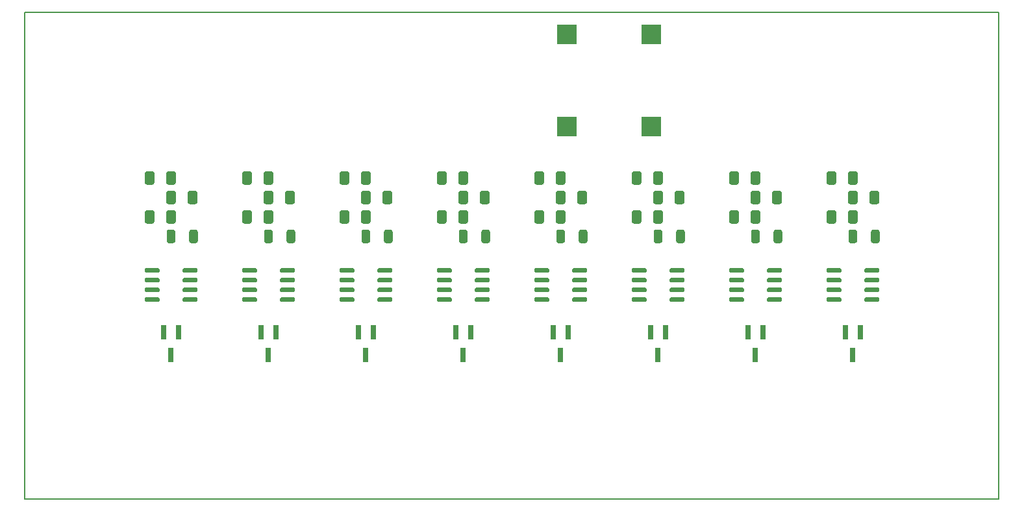
<source format=gbr>
G04 #@! TF.GenerationSoftware,KiCad,Pcbnew,5.1.8+dfsg1-1+b1*
G04 #@! TF.CreationDate,2021-05-07T15:05:44-05:00*
G04 #@! TF.ProjectId,potentiosynth,706f7465-6e74-4696-9f73-796e74682e6b,A*
G04 #@! TF.SameCoordinates,Original*
G04 #@! TF.FileFunction,Paste,Top*
G04 #@! TF.FilePolarity,Positive*
%FSLAX46Y46*%
G04 Gerber Fmt 4.6, Leading zero omitted, Abs format (unit mm)*
G04 Created by KiCad (PCBNEW 5.1.8+dfsg1-1+b1) date 2021-05-07 15:05:44*
%MOMM*%
%LPD*%
G01*
G04 APERTURE LIST*
G04 #@! TA.AperFunction,Profile*
%ADD10C,0.150000*%
G04 #@! TD*
%ADD11R,2.500000X2.500000*%
%ADD12R,0.800000X1.900000*%
G04 APERTURE END LIST*
D10*
X50800000Y-127000000D02*
X177800000Y-127000000D01*
X50800000Y-63500000D02*
X177800000Y-63500000D01*
X50800000Y-127000000D02*
X50800000Y-63500000D01*
X177800000Y-127000000D02*
X177800000Y-63500000D01*
D11*
X121500000Y-78390000D03*
X132500000Y-78390000D03*
X132500000Y-66390000D03*
X121500000Y-66390000D03*
G36*
G01*
X160250000Y-97305000D02*
X160250000Y-97005000D01*
G75*
G02*
X160400000Y-96855000I150000J0D01*
G01*
X162050000Y-96855000D01*
G75*
G02*
X162200000Y-97005000I0J-150000D01*
G01*
X162200000Y-97305000D01*
G75*
G02*
X162050000Y-97455000I-150000J0D01*
G01*
X160400000Y-97455000D01*
G75*
G02*
X160250000Y-97305000I0J150000D01*
G01*
G37*
G36*
G01*
X160250000Y-98575000D02*
X160250000Y-98275000D01*
G75*
G02*
X160400000Y-98125000I150000J0D01*
G01*
X162050000Y-98125000D01*
G75*
G02*
X162200000Y-98275000I0J-150000D01*
G01*
X162200000Y-98575000D01*
G75*
G02*
X162050000Y-98725000I-150000J0D01*
G01*
X160400000Y-98725000D01*
G75*
G02*
X160250000Y-98575000I0J150000D01*
G01*
G37*
G36*
G01*
X160250000Y-99845000D02*
X160250000Y-99545000D01*
G75*
G02*
X160400000Y-99395000I150000J0D01*
G01*
X162050000Y-99395000D01*
G75*
G02*
X162200000Y-99545000I0J-150000D01*
G01*
X162200000Y-99845000D01*
G75*
G02*
X162050000Y-99995000I-150000J0D01*
G01*
X160400000Y-99995000D01*
G75*
G02*
X160250000Y-99845000I0J150000D01*
G01*
G37*
G36*
G01*
X160250000Y-101115000D02*
X160250000Y-100815000D01*
G75*
G02*
X160400000Y-100665000I150000J0D01*
G01*
X162050000Y-100665000D01*
G75*
G02*
X162200000Y-100815000I0J-150000D01*
G01*
X162200000Y-101115000D01*
G75*
G02*
X162050000Y-101265000I-150000J0D01*
G01*
X160400000Y-101265000D01*
G75*
G02*
X160250000Y-101115000I0J150000D01*
G01*
G37*
G36*
G01*
X155300000Y-101115000D02*
X155300000Y-100815000D01*
G75*
G02*
X155450000Y-100665000I150000J0D01*
G01*
X157100000Y-100665000D01*
G75*
G02*
X157250000Y-100815000I0J-150000D01*
G01*
X157250000Y-101115000D01*
G75*
G02*
X157100000Y-101265000I-150000J0D01*
G01*
X155450000Y-101265000D01*
G75*
G02*
X155300000Y-101115000I0J150000D01*
G01*
G37*
G36*
G01*
X155300000Y-99845000D02*
X155300000Y-99545000D01*
G75*
G02*
X155450000Y-99395000I150000J0D01*
G01*
X157100000Y-99395000D01*
G75*
G02*
X157250000Y-99545000I0J-150000D01*
G01*
X157250000Y-99845000D01*
G75*
G02*
X157100000Y-99995000I-150000J0D01*
G01*
X155450000Y-99995000D01*
G75*
G02*
X155300000Y-99845000I0J150000D01*
G01*
G37*
G36*
G01*
X155300000Y-98575000D02*
X155300000Y-98275000D01*
G75*
G02*
X155450000Y-98125000I150000J0D01*
G01*
X157100000Y-98125000D01*
G75*
G02*
X157250000Y-98275000I0J-150000D01*
G01*
X157250000Y-98575000D01*
G75*
G02*
X157100000Y-98725000I-150000J0D01*
G01*
X155450000Y-98725000D01*
G75*
G02*
X155300000Y-98575000I0J150000D01*
G01*
G37*
G36*
G01*
X155300000Y-97305000D02*
X155300000Y-97005000D01*
G75*
G02*
X155450000Y-96855000I150000J0D01*
G01*
X157100000Y-96855000D01*
G75*
G02*
X157250000Y-97005000I0J-150000D01*
G01*
X157250000Y-97305000D01*
G75*
G02*
X157100000Y-97455000I-150000J0D01*
G01*
X155450000Y-97455000D01*
G75*
G02*
X155300000Y-97305000I0J150000D01*
G01*
G37*
G36*
G01*
X147550000Y-97305000D02*
X147550000Y-97005000D01*
G75*
G02*
X147700000Y-96855000I150000J0D01*
G01*
X149350000Y-96855000D01*
G75*
G02*
X149500000Y-97005000I0J-150000D01*
G01*
X149500000Y-97305000D01*
G75*
G02*
X149350000Y-97455000I-150000J0D01*
G01*
X147700000Y-97455000D01*
G75*
G02*
X147550000Y-97305000I0J150000D01*
G01*
G37*
G36*
G01*
X147550000Y-98575000D02*
X147550000Y-98275000D01*
G75*
G02*
X147700000Y-98125000I150000J0D01*
G01*
X149350000Y-98125000D01*
G75*
G02*
X149500000Y-98275000I0J-150000D01*
G01*
X149500000Y-98575000D01*
G75*
G02*
X149350000Y-98725000I-150000J0D01*
G01*
X147700000Y-98725000D01*
G75*
G02*
X147550000Y-98575000I0J150000D01*
G01*
G37*
G36*
G01*
X147550000Y-99845000D02*
X147550000Y-99545000D01*
G75*
G02*
X147700000Y-99395000I150000J0D01*
G01*
X149350000Y-99395000D01*
G75*
G02*
X149500000Y-99545000I0J-150000D01*
G01*
X149500000Y-99845000D01*
G75*
G02*
X149350000Y-99995000I-150000J0D01*
G01*
X147700000Y-99995000D01*
G75*
G02*
X147550000Y-99845000I0J150000D01*
G01*
G37*
G36*
G01*
X147550000Y-101115000D02*
X147550000Y-100815000D01*
G75*
G02*
X147700000Y-100665000I150000J0D01*
G01*
X149350000Y-100665000D01*
G75*
G02*
X149500000Y-100815000I0J-150000D01*
G01*
X149500000Y-101115000D01*
G75*
G02*
X149350000Y-101265000I-150000J0D01*
G01*
X147700000Y-101265000D01*
G75*
G02*
X147550000Y-101115000I0J150000D01*
G01*
G37*
G36*
G01*
X142600000Y-101115000D02*
X142600000Y-100815000D01*
G75*
G02*
X142750000Y-100665000I150000J0D01*
G01*
X144400000Y-100665000D01*
G75*
G02*
X144550000Y-100815000I0J-150000D01*
G01*
X144550000Y-101115000D01*
G75*
G02*
X144400000Y-101265000I-150000J0D01*
G01*
X142750000Y-101265000D01*
G75*
G02*
X142600000Y-101115000I0J150000D01*
G01*
G37*
G36*
G01*
X142600000Y-99845000D02*
X142600000Y-99545000D01*
G75*
G02*
X142750000Y-99395000I150000J0D01*
G01*
X144400000Y-99395000D01*
G75*
G02*
X144550000Y-99545000I0J-150000D01*
G01*
X144550000Y-99845000D01*
G75*
G02*
X144400000Y-99995000I-150000J0D01*
G01*
X142750000Y-99995000D01*
G75*
G02*
X142600000Y-99845000I0J150000D01*
G01*
G37*
G36*
G01*
X142600000Y-98575000D02*
X142600000Y-98275000D01*
G75*
G02*
X142750000Y-98125000I150000J0D01*
G01*
X144400000Y-98125000D01*
G75*
G02*
X144550000Y-98275000I0J-150000D01*
G01*
X144550000Y-98575000D01*
G75*
G02*
X144400000Y-98725000I-150000J0D01*
G01*
X142750000Y-98725000D01*
G75*
G02*
X142600000Y-98575000I0J150000D01*
G01*
G37*
G36*
G01*
X142600000Y-97305000D02*
X142600000Y-97005000D01*
G75*
G02*
X142750000Y-96855000I150000J0D01*
G01*
X144400000Y-96855000D01*
G75*
G02*
X144550000Y-97005000I0J-150000D01*
G01*
X144550000Y-97305000D01*
G75*
G02*
X144400000Y-97455000I-150000J0D01*
G01*
X142750000Y-97455000D01*
G75*
G02*
X142600000Y-97305000I0J150000D01*
G01*
G37*
G36*
G01*
X134850000Y-97305000D02*
X134850000Y-97005000D01*
G75*
G02*
X135000000Y-96855000I150000J0D01*
G01*
X136650000Y-96855000D01*
G75*
G02*
X136800000Y-97005000I0J-150000D01*
G01*
X136800000Y-97305000D01*
G75*
G02*
X136650000Y-97455000I-150000J0D01*
G01*
X135000000Y-97455000D01*
G75*
G02*
X134850000Y-97305000I0J150000D01*
G01*
G37*
G36*
G01*
X134850000Y-98575000D02*
X134850000Y-98275000D01*
G75*
G02*
X135000000Y-98125000I150000J0D01*
G01*
X136650000Y-98125000D01*
G75*
G02*
X136800000Y-98275000I0J-150000D01*
G01*
X136800000Y-98575000D01*
G75*
G02*
X136650000Y-98725000I-150000J0D01*
G01*
X135000000Y-98725000D01*
G75*
G02*
X134850000Y-98575000I0J150000D01*
G01*
G37*
G36*
G01*
X134850000Y-99845000D02*
X134850000Y-99545000D01*
G75*
G02*
X135000000Y-99395000I150000J0D01*
G01*
X136650000Y-99395000D01*
G75*
G02*
X136800000Y-99545000I0J-150000D01*
G01*
X136800000Y-99845000D01*
G75*
G02*
X136650000Y-99995000I-150000J0D01*
G01*
X135000000Y-99995000D01*
G75*
G02*
X134850000Y-99845000I0J150000D01*
G01*
G37*
G36*
G01*
X134850000Y-101115000D02*
X134850000Y-100815000D01*
G75*
G02*
X135000000Y-100665000I150000J0D01*
G01*
X136650000Y-100665000D01*
G75*
G02*
X136800000Y-100815000I0J-150000D01*
G01*
X136800000Y-101115000D01*
G75*
G02*
X136650000Y-101265000I-150000J0D01*
G01*
X135000000Y-101265000D01*
G75*
G02*
X134850000Y-101115000I0J150000D01*
G01*
G37*
G36*
G01*
X129900000Y-101115000D02*
X129900000Y-100815000D01*
G75*
G02*
X130050000Y-100665000I150000J0D01*
G01*
X131700000Y-100665000D01*
G75*
G02*
X131850000Y-100815000I0J-150000D01*
G01*
X131850000Y-101115000D01*
G75*
G02*
X131700000Y-101265000I-150000J0D01*
G01*
X130050000Y-101265000D01*
G75*
G02*
X129900000Y-101115000I0J150000D01*
G01*
G37*
G36*
G01*
X129900000Y-99845000D02*
X129900000Y-99545000D01*
G75*
G02*
X130050000Y-99395000I150000J0D01*
G01*
X131700000Y-99395000D01*
G75*
G02*
X131850000Y-99545000I0J-150000D01*
G01*
X131850000Y-99845000D01*
G75*
G02*
X131700000Y-99995000I-150000J0D01*
G01*
X130050000Y-99995000D01*
G75*
G02*
X129900000Y-99845000I0J150000D01*
G01*
G37*
G36*
G01*
X129900000Y-98575000D02*
X129900000Y-98275000D01*
G75*
G02*
X130050000Y-98125000I150000J0D01*
G01*
X131700000Y-98125000D01*
G75*
G02*
X131850000Y-98275000I0J-150000D01*
G01*
X131850000Y-98575000D01*
G75*
G02*
X131700000Y-98725000I-150000J0D01*
G01*
X130050000Y-98725000D01*
G75*
G02*
X129900000Y-98575000I0J150000D01*
G01*
G37*
G36*
G01*
X129900000Y-97305000D02*
X129900000Y-97005000D01*
G75*
G02*
X130050000Y-96855000I150000J0D01*
G01*
X131700000Y-96855000D01*
G75*
G02*
X131850000Y-97005000I0J-150000D01*
G01*
X131850000Y-97305000D01*
G75*
G02*
X131700000Y-97455000I-150000J0D01*
G01*
X130050000Y-97455000D01*
G75*
G02*
X129900000Y-97305000I0J150000D01*
G01*
G37*
G36*
G01*
X122150000Y-97305000D02*
X122150000Y-97005000D01*
G75*
G02*
X122300000Y-96855000I150000J0D01*
G01*
X123950000Y-96855000D01*
G75*
G02*
X124100000Y-97005000I0J-150000D01*
G01*
X124100000Y-97305000D01*
G75*
G02*
X123950000Y-97455000I-150000J0D01*
G01*
X122300000Y-97455000D01*
G75*
G02*
X122150000Y-97305000I0J150000D01*
G01*
G37*
G36*
G01*
X122150000Y-98575000D02*
X122150000Y-98275000D01*
G75*
G02*
X122300000Y-98125000I150000J0D01*
G01*
X123950000Y-98125000D01*
G75*
G02*
X124100000Y-98275000I0J-150000D01*
G01*
X124100000Y-98575000D01*
G75*
G02*
X123950000Y-98725000I-150000J0D01*
G01*
X122300000Y-98725000D01*
G75*
G02*
X122150000Y-98575000I0J150000D01*
G01*
G37*
G36*
G01*
X122150000Y-99845000D02*
X122150000Y-99545000D01*
G75*
G02*
X122300000Y-99395000I150000J0D01*
G01*
X123950000Y-99395000D01*
G75*
G02*
X124100000Y-99545000I0J-150000D01*
G01*
X124100000Y-99845000D01*
G75*
G02*
X123950000Y-99995000I-150000J0D01*
G01*
X122300000Y-99995000D01*
G75*
G02*
X122150000Y-99845000I0J150000D01*
G01*
G37*
G36*
G01*
X122150000Y-101115000D02*
X122150000Y-100815000D01*
G75*
G02*
X122300000Y-100665000I150000J0D01*
G01*
X123950000Y-100665000D01*
G75*
G02*
X124100000Y-100815000I0J-150000D01*
G01*
X124100000Y-101115000D01*
G75*
G02*
X123950000Y-101265000I-150000J0D01*
G01*
X122300000Y-101265000D01*
G75*
G02*
X122150000Y-101115000I0J150000D01*
G01*
G37*
G36*
G01*
X117200000Y-101115000D02*
X117200000Y-100815000D01*
G75*
G02*
X117350000Y-100665000I150000J0D01*
G01*
X119000000Y-100665000D01*
G75*
G02*
X119150000Y-100815000I0J-150000D01*
G01*
X119150000Y-101115000D01*
G75*
G02*
X119000000Y-101265000I-150000J0D01*
G01*
X117350000Y-101265000D01*
G75*
G02*
X117200000Y-101115000I0J150000D01*
G01*
G37*
G36*
G01*
X117200000Y-99845000D02*
X117200000Y-99545000D01*
G75*
G02*
X117350000Y-99395000I150000J0D01*
G01*
X119000000Y-99395000D01*
G75*
G02*
X119150000Y-99545000I0J-150000D01*
G01*
X119150000Y-99845000D01*
G75*
G02*
X119000000Y-99995000I-150000J0D01*
G01*
X117350000Y-99995000D01*
G75*
G02*
X117200000Y-99845000I0J150000D01*
G01*
G37*
G36*
G01*
X117200000Y-98575000D02*
X117200000Y-98275000D01*
G75*
G02*
X117350000Y-98125000I150000J0D01*
G01*
X119000000Y-98125000D01*
G75*
G02*
X119150000Y-98275000I0J-150000D01*
G01*
X119150000Y-98575000D01*
G75*
G02*
X119000000Y-98725000I-150000J0D01*
G01*
X117350000Y-98725000D01*
G75*
G02*
X117200000Y-98575000I0J150000D01*
G01*
G37*
G36*
G01*
X117200000Y-97305000D02*
X117200000Y-97005000D01*
G75*
G02*
X117350000Y-96855000I150000J0D01*
G01*
X119000000Y-96855000D01*
G75*
G02*
X119150000Y-97005000I0J-150000D01*
G01*
X119150000Y-97305000D01*
G75*
G02*
X119000000Y-97455000I-150000J0D01*
G01*
X117350000Y-97455000D01*
G75*
G02*
X117200000Y-97305000I0J150000D01*
G01*
G37*
G36*
G01*
X109450000Y-97305000D02*
X109450000Y-97005000D01*
G75*
G02*
X109600000Y-96855000I150000J0D01*
G01*
X111250000Y-96855000D01*
G75*
G02*
X111400000Y-97005000I0J-150000D01*
G01*
X111400000Y-97305000D01*
G75*
G02*
X111250000Y-97455000I-150000J0D01*
G01*
X109600000Y-97455000D01*
G75*
G02*
X109450000Y-97305000I0J150000D01*
G01*
G37*
G36*
G01*
X109450000Y-98575000D02*
X109450000Y-98275000D01*
G75*
G02*
X109600000Y-98125000I150000J0D01*
G01*
X111250000Y-98125000D01*
G75*
G02*
X111400000Y-98275000I0J-150000D01*
G01*
X111400000Y-98575000D01*
G75*
G02*
X111250000Y-98725000I-150000J0D01*
G01*
X109600000Y-98725000D01*
G75*
G02*
X109450000Y-98575000I0J150000D01*
G01*
G37*
G36*
G01*
X109450000Y-99845000D02*
X109450000Y-99545000D01*
G75*
G02*
X109600000Y-99395000I150000J0D01*
G01*
X111250000Y-99395000D01*
G75*
G02*
X111400000Y-99545000I0J-150000D01*
G01*
X111400000Y-99845000D01*
G75*
G02*
X111250000Y-99995000I-150000J0D01*
G01*
X109600000Y-99995000D01*
G75*
G02*
X109450000Y-99845000I0J150000D01*
G01*
G37*
G36*
G01*
X109450000Y-101115000D02*
X109450000Y-100815000D01*
G75*
G02*
X109600000Y-100665000I150000J0D01*
G01*
X111250000Y-100665000D01*
G75*
G02*
X111400000Y-100815000I0J-150000D01*
G01*
X111400000Y-101115000D01*
G75*
G02*
X111250000Y-101265000I-150000J0D01*
G01*
X109600000Y-101265000D01*
G75*
G02*
X109450000Y-101115000I0J150000D01*
G01*
G37*
G36*
G01*
X104500000Y-101115000D02*
X104500000Y-100815000D01*
G75*
G02*
X104650000Y-100665000I150000J0D01*
G01*
X106300000Y-100665000D01*
G75*
G02*
X106450000Y-100815000I0J-150000D01*
G01*
X106450000Y-101115000D01*
G75*
G02*
X106300000Y-101265000I-150000J0D01*
G01*
X104650000Y-101265000D01*
G75*
G02*
X104500000Y-101115000I0J150000D01*
G01*
G37*
G36*
G01*
X104500000Y-99845000D02*
X104500000Y-99545000D01*
G75*
G02*
X104650000Y-99395000I150000J0D01*
G01*
X106300000Y-99395000D01*
G75*
G02*
X106450000Y-99545000I0J-150000D01*
G01*
X106450000Y-99845000D01*
G75*
G02*
X106300000Y-99995000I-150000J0D01*
G01*
X104650000Y-99995000D01*
G75*
G02*
X104500000Y-99845000I0J150000D01*
G01*
G37*
G36*
G01*
X104500000Y-98575000D02*
X104500000Y-98275000D01*
G75*
G02*
X104650000Y-98125000I150000J0D01*
G01*
X106300000Y-98125000D01*
G75*
G02*
X106450000Y-98275000I0J-150000D01*
G01*
X106450000Y-98575000D01*
G75*
G02*
X106300000Y-98725000I-150000J0D01*
G01*
X104650000Y-98725000D01*
G75*
G02*
X104500000Y-98575000I0J150000D01*
G01*
G37*
G36*
G01*
X104500000Y-97305000D02*
X104500000Y-97005000D01*
G75*
G02*
X104650000Y-96855000I150000J0D01*
G01*
X106300000Y-96855000D01*
G75*
G02*
X106450000Y-97005000I0J-150000D01*
G01*
X106450000Y-97305000D01*
G75*
G02*
X106300000Y-97455000I-150000J0D01*
G01*
X104650000Y-97455000D01*
G75*
G02*
X104500000Y-97305000I0J150000D01*
G01*
G37*
G36*
G01*
X96750000Y-97305000D02*
X96750000Y-97005000D01*
G75*
G02*
X96900000Y-96855000I150000J0D01*
G01*
X98550000Y-96855000D01*
G75*
G02*
X98700000Y-97005000I0J-150000D01*
G01*
X98700000Y-97305000D01*
G75*
G02*
X98550000Y-97455000I-150000J0D01*
G01*
X96900000Y-97455000D01*
G75*
G02*
X96750000Y-97305000I0J150000D01*
G01*
G37*
G36*
G01*
X96750000Y-98575000D02*
X96750000Y-98275000D01*
G75*
G02*
X96900000Y-98125000I150000J0D01*
G01*
X98550000Y-98125000D01*
G75*
G02*
X98700000Y-98275000I0J-150000D01*
G01*
X98700000Y-98575000D01*
G75*
G02*
X98550000Y-98725000I-150000J0D01*
G01*
X96900000Y-98725000D01*
G75*
G02*
X96750000Y-98575000I0J150000D01*
G01*
G37*
G36*
G01*
X96750000Y-99845000D02*
X96750000Y-99545000D01*
G75*
G02*
X96900000Y-99395000I150000J0D01*
G01*
X98550000Y-99395000D01*
G75*
G02*
X98700000Y-99545000I0J-150000D01*
G01*
X98700000Y-99845000D01*
G75*
G02*
X98550000Y-99995000I-150000J0D01*
G01*
X96900000Y-99995000D01*
G75*
G02*
X96750000Y-99845000I0J150000D01*
G01*
G37*
G36*
G01*
X96750000Y-101115000D02*
X96750000Y-100815000D01*
G75*
G02*
X96900000Y-100665000I150000J0D01*
G01*
X98550000Y-100665000D01*
G75*
G02*
X98700000Y-100815000I0J-150000D01*
G01*
X98700000Y-101115000D01*
G75*
G02*
X98550000Y-101265000I-150000J0D01*
G01*
X96900000Y-101265000D01*
G75*
G02*
X96750000Y-101115000I0J150000D01*
G01*
G37*
G36*
G01*
X91800000Y-101115000D02*
X91800000Y-100815000D01*
G75*
G02*
X91950000Y-100665000I150000J0D01*
G01*
X93600000Y-100665000D01*
G75*
G02*
X93750000Y-100815000I0J-150000D01*
G01*
X93750000Y-101115000D01*
G75*
G02*
X93600000Y-101265000I-150000J0D01*
G01*
X91950000Y-101265000D01*
G75*
G02*
X91800000Y-101115000I0J150000D01*
G01*
G37*
G36*
G01*
X91800000Y-99845000D02*
X91800000Y-99545000D01*
G75*
G02*
X91950000Y-99395000I150000J0D01*
G01*
X93600000Y-99395000D01*
G75*
G02*
X93750000Y-99545000I0J-150000D01*
G01*
X93750000Y-99845000D01*
G75*
G02*
X93600000Y-99995000I-150000J0D01*
G01*
X91950000Y-99995000D01*
G75*
G02*
X91800000Y-99845000I0J150000D01*
G01*
G37*
G36*
G01*
X91800000Y-98575000D02*
X91800000Y-98275000D01*
G75*
G02*
X91950000Y-98125000I150000J0D01*
G01*
X93600000Y-98125000D01*
G75*
G02*
X93750000Y-98275000I0J-150000D01*
G01*
X93750000Y-98575000D01*
G75*
G02*
X93600000Y-98725000I-150000J0D01*
G01*
X91950000Y-98725000D01*
G75*
G02*
X91800000Y-98575000I0J150000D01*
G01*
G37*
G36*
G01*
X91800000Y-97305000D02*
X91800000Y-97005000D01*
G75*
G02*
X91950000Y-96855000I150000J0D01*
G01*
X93600000Y-96855000D01*
G75*
G02*
X93750000Y-97005000I0J-150000D01*
G01*
X93750000Y-97305000D01*
G75*
G02*
X93600000Y-97455000I-150000J0D01*
G01*
X91950000Y-97455000D01*
G75*
G02*
X91800000Y-97305000I0J150000D01*
G01*
G37*
G36*
G01*
X84050000Y-97305000D02*
X84050000Y-97005000D01*
G75*
G02*
X84200000Y-96855000I150000J0D01*
G01*
X85850000Y-96855000D01*
G75*
G02*
X86000000Y-97005000I0J-150000D01*
G01*
X86000000Y-97305000D01*
G75*
G02*
X85850000Y-97455000I-150000J0D01*
G01*
X84200000Y-97455000D01*
G75*
G02*
X84050000Y-97305000I0J150000D01*
G01*
G37*
G36*
G01*
X84050000Y-98575000D02*
X84050000Y-98275000D01*
G75*
G02*
X84200000Y-98125000I150000J0D01*
G01*
X85850000Y-98125000D01*
G75*
G02*
X86000000Y-98275000I0J-150000D01*
G01*
X86000000Y-98575000D01*
G75*
G02*
X85850000Y-98725000I-150000J0D01*
G01*
X84200000Y-98725000D01*
G75*
G02*
X84050000Y-98575000I0J150000D01*
G01*
G37*
G36*
G01*
X84050000Y-99845000D02*
X84050000Y-99545000D01*
G75*
G02*
X84200000Y-99395000I150000J0D01*
G01*
X85850000Y-99395000D01*
G75*
G02*
X86000000Y-99545000I0J-150000D01*
G01*
X86000000Y-99845000D01*
G75*
G02*
X85850000Y-99995000I-150000J0D01*
G01*
X84200000Y-99995000D01*
G75*
G02*
X84050000Y-99845000I0J150000D01*
G01*
G37*
G36*
G01*
X84050000Y-101115000D02*
X84050000Y-100815000D01*
G75*
G02*
X84200000Y-100665000I150000J0D01*
G01*
X85850000Y-100665000D01*
G75*
G02*
X86000000Y-100815000I0J-150000D01*
G01*
X86000000Y-101115000D01*
G75*
G02*
X85850000Y-101265000I-150000J0D01*
G01*
X84200000Y-101265000D01*
G75*
G02*
X84050000Y-101115000I0J150000D01*
G01*
G37*
G36*
G01*
X79100000Y-101115000D02*
X79100000Y-100815000D01*
G75*
G02*
X79250000Y-100665000I150000J0D01*
G01*
X80900000Y-100665000D01*
G75*
G02*
X81050000Y-100815000I0J-150000D01*
G01*
X81050000Y-101115000D01*
G75*
G02*
X80900000Y-101265000I-150000J0D01*
G01*
X79250000Y-101265000D01*
G75*
G02*
X79100000Y-101115000I0J150000D01*
G01*
G37*
G36*
G01*
X79100000Y-99845000D02*
X79100000Y-99545000D01*
G75*
G02*
X79250000Y-99395000I150000J0D01*
G01*
X80900000Y-99395000D01*
G75*
G02*
X81050000Y-99545000I0J-150000D01*
G01*
X81050000Y-99845000D01*
G75*
G02*
X80900000Y-99995000I-150000J0D01*
G01*
X79250000Y-99995000D01*
G75*
G02*
X79100000Y-99845000I0J150000D01*
G01*
G37*
G36*
G01*
X79100000Y-98575000D02*
X79100000Y-98275000D01*
G75*
G02*
X79250000Y-98125000I150000J0D01*
G01*
X80900000Y-98125000D01*
G75*
G02*
X81050000Y-98275000I0J-150000D01*
G01*
X81050000Y-98575000D01*
G75*
G02*
X80900000Y-98725000I-150000J0D01*
G01*
X79250000Y-98725000D01*
G75*
G02*
X79100000Y-98575000I0J150000D01*
G01*
G37*
G36*
G01*
X79100000Y-97305000D02*
X79100000Y-97005000D01*
G75*
G02*
X79250000Y-96855000I150000J0D01*
G01*
X80900000Y-96855000D01*
G75*
G02*
X81050000Y-97005000I0J-150000D01*
G01*
X81050000Y-97305000D01*
G75*
G02*
X80900000Y-97455000I-150000J0D01*
G01*
X79250000Y-97455000D01*
G75*
G02*
X79100000Y-97305000I0J150000D01*
G01*
G37*
G36*
G01*
X71350000Y-97305000D02*
X71350000Y-97005000D01*
G75*
G02*
X71500000Y-96855000I150000J0D01*
G01*
X73150000Y-96855000D01*
G75*
G02*
X73300000Y-97005000I0J-150000D01*
G01*
X73300000Y-97305000D01*
G75*
G02*
X73150000Y-97455000I-150000J0D01*
G01*
X71500000Y-97455000D01*
G75*
G02*
X71350000Y-97305000I0J150000D01*
G01*
G37*
G36*
G01*
X71350000Y-98575000D02*
X71350000Y-98275000D01*
G75*
G02*
X71500000Y-98125000I150000J0D01*
G01*
X73150000Y-98125000D01*
G75*
G02*
X73300000Y-98275000I0J-150000D01*
G01*
X73300000Y-98575000D01*
G75*
G02*
X73150000Y-98725000I-150000J0D01*
G01*
X71500000Y-98725000D01*
G75*
G02*
X71350000Y-98575000I0J150000D01*
G01*
G37*
G36*
G01*
X71350000Y-99845000D02*
X71350000Y-99545000D01*
G75*
G02*
X71500000Y-99395000I150000J0D01*
G01*
X73150000Y-99395000D01*
G75*
G02*
X73300000Y-99545000I0J-150000D01*
G01*
X73300000Y-99845000D01*
G75*
G02*
X73150000Y-99995000I-150000J0D01*
G01*
X71500000Y-99995000D01*
G75*
G02*
X71350000Y-99845000I0J150000D01*
G01*
G37*
G36*
G01*
X71350000Y-101115000D02*
X71350000Y-100815000D01*
G75*
G02*
X71500000Y-100665000I150000J0D01*
G01*
X73150000Y-100665000D01*
G75*
G02*
X73300000Y-100815000I0J-150000D01*
G01*
X73300000Y-101115000D01*
G75*
G02*
X73150000Y-101265000I-150000J0D01*
G01*
X71500000Y-101265000D01*
G75*
G02*
X71350000Y-101115000I0J150000D01*
G01*
G37*
G36*
G01*
X66400000Y-101115000D02*
X66400000Y-100815000D01*
G75*
G02*
X66550000Y-100665000I150000J0D01*
G01*
X68200000Y-100665000D01*
G75*
G02*
X68350000Y-100815000I0J-150000D01*
G01*
X68350000Y-101115000D01*
G75*
G02*
X68200000Y-101265000I-150000J0D01*
G01*
X66550000Y-101265000D01*
G75*
G02*
X66400000Y-101115000I0J150000D01*
G01*
G37*
G36*
G01*
X66400000Y-99845000D02*
X66400000Y-99545000D01*
G75*
G02*
X66550000Y-99395000I150000J0D01*
G01*
X68200000Y-99395000D01*
G75*
G02*
X68350000Y-99545000I0J-150000D01*
G01*
X68350000Y-99845000D01*
G75*
G02*
X68200000Y-99995000I-150000J0D01*
G01*
X66550000Y-99995000D01*
G75*
G02*
X66400000Y-99845000I0J150000D01*
G01*
G37*
G36*
G01*
X66400000Y-98575000D02*
X66400000Y-98275000D01*
G75*
G02*
X66550000Y-98125000I150000J0D01*
G01*
X68200000Y-98125000D01*
G75*
G02*
X68350000Y-98275000I0J-150000D01*
G01*
X68350000Y-98575000D01*
G75*
G02*
X68200000Y-98725000I-150000J0D01*
G01*
X66550000Y-98725000D01*
G75*
G02*
X66400000Y-98575000I0J150000D01*
G01*
G37*
G36*
G01*
X66400000Y-97305000D02*
X66400000Y-97005000D01*
G75*
G02*
X66550000Y-96855000I150000J0D01*
G01*
X68200000Y-96855000D01*
G75*
G02*
X68350000Y-97005000I0J-150000D01*
G01*
X68350000Y-97305000D01*
G75*
G02*
X68200000Y-97455000I-150000J0D01*
G01*
X66550000Y-97455000D01*
G75*
G02*
X66400000Y-97305000I0J150000D01*
G01*
G37*
D12*
X158750000Y-108180000D03*
X157800000Y-105180000D03*
X159700000Y-105180000D03*
X146050000Y-108180000D03*
X145100000Y-105180000D03*
X147000000Y-105180000D03*
X133350000Y-108180000D03*
X132400000Y-105180000D03*
X134300000Y-105180000D03*
X120650000Y-108180000D03*
X119700000Y-105180000D03*
X121600000Y-105180000D03*
X107950000Y-108180000D03*
X107000000Y-105180000D03*
X108900000Y-105180000D03*
X95250000Y-108180000D03*
X94300000Y-105180000D03*
X96200000Y-105180000D03*
X82550000Y-108180000D03*
X81600000Y-105180000D03*
X83500000Y-105180000D03*
X69850000Y-108180000D03*
X68900000Y-105180000D03*
X70800000Y-105180000D03*
G36*
G01*
X161112500Y-93335001D02*
X161112500Y-92084999D01*
G75*
G02*
X161362499Y-91835000I249999J0D01*
G01*
X161987501Y-91835000D01*
G75*
G02*
X162237500Y-92084999I0J-249999D01*
G01*
X162237500Y-93335001D01*
G75*
G02*
X161987501Y-93585000I-249999J0D01*
G01*
X161362499Y-93585000D01*
G75*
G02*
X161112500Y-93335001I0J249999D01*
G01*
G37*
G36*
G01*
X158187500Y-93335001D02*
X158187500Y-92084999D01*
G75*
G02*
X158437499Y-91835000I249999J0D01*
G01*
X159062501Y-91835000D01*
G75*
G02*
X159312500Y-92084999I0J-249999D01*
G01*
X159312500Y-93335001D01*
G75*
G02*
X159062501Y-93585000I-249999J0D01*
G01*
X158437499Y-93585000D01*
G75*
G02*
X158187500Y-93335001I0J249999D01*
G01*
G37*
G36*
G01*
X148412500Y-93335001D02*
X148412500Y-92084999D01*
G75*
G02*
X148662499Y-91835000I249999J0D01*
G01*
X149287501Y-91835000D01*
G75*
G02*
X149537500Y-92084999I0J-249999D01*
G01*
X149537500Y-93335001D01*
G75*
G02*
X149287501Y-93585000I-249999J0D01*
G01*
X148662499Y-93585000D01*
G75*
G02*
X148412500Y-93335001I0J249999D01*
G01*
G37*
G36*
G01*
X145487500Y-93335001D02*
X145487500Y-92084999D01*
G75*
G02*
X145737499Y-91835000I249999J0D01*
G01*
X146362501Y-91835000D01*
G75*
G02*
X146612500Y-92084999I0J-249999D01*
G01*
X146612500Y-93335001D01*
G75*
G02*
X146362501Y-93585000I-249999J0D01*
G01*
X145737499Y-93585000D01*
G75*
G02*
X145487500Y-93335001I0J249999D01*
G01*
G37*
G36*
G01*
X135712500Y-93335001D02*
X135712500Y-92084999D01*
G75*
G02*
X135962499Y-91835000I249999J0D01*
G01*
X136587501Y-91835000D01*
G75*
G02*
X136837500Y-92084999I0J-249999D01*
G01*
X136837500Y-93335001D01*
G75*
G02*
X136587501Y-93585000I-249999J0D01*
G01*
X135962499Y-93585000D01*
G75*
G02*
X135712500Y-93335001I0J249999D01*
G01*
G37*
G36*
G01*
X132787500Y-93335001D02*
X132787500Y-92084999D01*
G75*
G02*
X133037499Y-91835000I249999J0D01*
G01*
X133662501Y-91835000D01*
G75*
G02*
X133912500Y-92084999I0J-249999D01*
G01*
X133912500Y-93335001D01*
G75*
G02*
X133662501Y-93585000I-249999J0D01*
G01*
X133037499Y-93585000D01*
G75*
G02*
X132787500Y-93335001I0J249999D01*
G01*
G37*
G36*
G01*
X123012500Y-93335001D02*
X123012500Y-92084999D01*
G75*
G02*
X123262499Y-91835000I249999J0D01*
G01*
X123887501Y-91835000D01*
G75*
G02*
X124137500Y-92084999I0J-249999D01*
G01*
X124137500Y-93335001D01*
G75*
G02*
X123887501Y-93585000I-249999J0D01*
G01*
X123262499Y-93585000D01*
G75*
G02*
X123012500Y-93335001I0J249999D01*
G01*
G37*
G36*
G01*
X120087500Y-93335001D02*
X120087500Y-92084999D01*
G75*
G02*
X120337499Y-91835000I249999J0D01*
G01*
X120962501Y-91835000D01*
G75*
G02*
X121212500Y-92084999I0J-249999D01*
G01*
X121212500Y-93335001D01*
G75*
G02*
X120962501Y-93585000I-249999J0D01*
G01*
X120337499Y-93585000D01*
G75*
G02*
X120087500Y-93335001I0J249999D01*
G01*
G37*
G36*
G01*
X110312500Y-93335001D02*
X110312500Y-92084999D01*
G75*
G02*
X110562499Y-91835000I249999J0D01*
G01*
X111187501Y-91835000D01*
G75*
G02*
X111437500Y-92084999I0J-249999D01*
G01*
X111437500Y-93335001D01*
G75*
G02*
X111187501Y-93585000I-249999J0D01*
G01*
X110562499Y-93585000D01*
G75*
G02*
X110312500Y-93335001I0J249999D01*
G01*
G37*
G36*
G01*
X107387500Y-93335001D02*
X107387500Y-92084999D01*
G75*
G02*
X107637499Y-91835000I249999J0D01*
G01*
X108262501Y-91835000D01*
G75*
G02*
X108512500Y-92084999I0J-249999D01*
G01*
X108512500Y-93335001D01*
G75*
G02*
X108262501Y-93585000I-249999J0D01*
G01*
X107637499Y-93585000D01*
G75*
G02*
X107387500Y-93335001I0J249999D01*
G01*
G37*
G36*
G01*
X97612500Y-93335001D02*
X97612500Y-92084999D01*
G75*
G02*
X97862499Y-91835000I249999J0D01*
G01*
X98487501Y-91835000D01*
G75*
G02*
X98737500Y-92084999I0J-249999D01*
G01*
X98737500Y-93335001D01*
G75*
G02*
X98487501Y-93585000I-249999J0D01*
G01*
X97862499Y-93585000D01*
G75*
G02*
X97612500Y-93335001I0J249999D01*
G01*
G37*
G36*
G01*
X94687500Y-93335001D02*
X94687500Y-92084999D01*
G75*
G02*
X94937499Y-91835000I249999J0D01*
G01*
X95562501Y-91835000D01*
G75*
G02*
X95812500Y-92084999I0J-249999D01*
G01*
X95812500Y-93335001D01*
G75*
G02*
X95562501Y-93585000I-249999J0D01*
G01*
X94937499Y-93585000D01*
G75*
G02*
X94687500Y-93335001I0J249999D01*
G01*
G37*
G36*
G01*
X84912500Y-93335001D02*
X84912500Y-92084999D01*
G75*
G02*
X85162499Y-91835000I249999J0D01*
G01*
X85787501Y-91835000D01*
G75*
G02*
X86037500Y-92084999I0J-249999D01*
G01*
X86037500Y-93335001D01*
G75*
G02*
X85787501Y-93585000I-249999J0D01*
G01*
X85162499Y-93585000D01*
G75*
G02*
X84912500Y-93335001I0J249999D01*
G01*
G37*
G36*
G01*
X81987500Y-93335001D02*
X81987500Y-92084999D01*
G75*
G02*
X82237499Y-91835000I249999J0D01*
G01*
X82862501Y-91835000D01*
G75*
G02*
X83112500Y-92084999I0J-249999D01*
G01*
X83112500Y-93335001D01*
G75*
G02*
X82862501Y-93585000I-249999J0D01*
G01*
X82237499Y-93585000D01*
G75*
G02*
X81987500Y-93335001I0J249999D01*
G01*
G37*
G36*
G01*
X72212500Y-93335001D02*
X72212500Y-92084999D01*
G75*
G02*
X72462499Y-91835000I249999J0D01*
G01*
X73087501Y-91835000D01*
G75*
G02*
X73337500Y-92084999I0J-249999D01*
G01*
X73337500Y-93335001D01*
G75*
G02*
X73087501Y-93585000I-249999J0D01*
G01*
X72462499Y-93585000D01*
G75*
G02*
X72212500Y-93335001I0J249999D01*
G01*
G37*
G36*
G01*
X69287500Y-93335001D02*
X69287500Y-92084999D01*
G75*
G02*
X69537499Y-91835000I249999J0D01*
G01*
X70162501Y-91835000D01*
G75*
G02*
X70412500Y-92084999I0J-249999D01*
G01*
X70412500Y-93335001D01*
G75*
G02*
X70162501Y-93585000I-249999J0D01*
G01*
X69537499Y-93585000D01*
G75*
G02*
X69287500Y-93335001I0J249999D01*
G01*
G37*
G36*
G01*
X156575000Y-84465000D02*
X156575000Y-85715000D01*
G75*
G02*
X156325000Y-85965000I-250000J0D01*
G01*
X155575000Y-85965000D01*
G75*
G02*
X155325000Y-85715000I0J250000D01*
G01*
X155325000Y-84465000D01*
G75*
G02*
X155575000Y-84215000I250000J0D01*
G01*
X156325000Y-84215000D01*
G75*
G02*
X156575000Y-84465000I0J-250000D01*
G01*
G37*
G36*
G01*
X159375000Y-84465000D02*
X159375000Y-85715000D01*
G75*
G02*
X159125000Y-85965000I-250000J0D01*
G01*
X158375000Y-85965000D01*
G75*
G02*
X158125000Y-85715000I0J250000D01*
G01*
X158125000Y-84465000D01*
G75*
G02*
X158375000Y-84215000I250000J0D01*
G01*
X159125000Y-84215000D01*
G75*
G02*
X159375000Y-84465000I0J-250000D01*
G01*
G37*
G36*
G01*
X143875000Y-84465000D02*
X143875000Y-85715000D01*
G75*
G02*
X143625000Y-85965000I-250000J0D01*
G01*
X142875000Y-85965000D01*
G75*
G02*
X142625000Y-85715000I0J250000D01*
G01*
X142625000Y-84465000D01*
G75*
G02*
X142875000Y-84215000I250000J0D01*
G01*
X143625000Y-84215000D01*
G75*
G02*
X143875000Y-84465000I0J-250000D01*
G01*
G37*
G36*
G01*
X146675000Y-84465000D02*
X146675000Y-85715000D01*
G75*
G02*
X146425000Y-85965000I-250000J0D01*
G01*
X145675000Y-85965000D01*
G75*
G02*
X145425000Y-85715000I0J250000D01*
G01*
X145425000Y-84465000D01*
G75*
G02*
X145675000Y-84215000I250000J0D01*
G01*
X146425000Y-84215000D01*
G75*
G02*
X146675000Y-84465000I0J-250000D01*
G01*
G37*
G36*
G01*
X131175000Y-84465000D02*
X131175000Y-85715000D01*
G75*
G02*
X130925000Y-85965000I-250000J0D01*
G01*
X130175000Y-85965000D01*
G75*
G02*
X129925000Y-85715000I0J250000D01*
G01*
X129925000Y-84465000D01*
G75*
G02*
X130175000Y-84215000I250000J0D01*
G01*
X130925000Y-84215000D01*
G75*
G02*
X131175000Y-84465000I0J-250000D01*
G01*
G37*
G36*
G01*
X133975000Y-84465000D02*
X133975000Y-85715000D01*
G75*
G02*
X133725000Y-85965000I-250000J0D01*
G01*
X132975000Y-85965000D01*
G75*
G02*
X132725000Y-85715000I0J250000D01*
G01*
X132725000Y-84465000D01*
G75*
G02*
X132975000Y-84215000I250000J0D01*
G01*
X133725000Y-84215000D01*
G75*
G02*
X133975000Y-84465000I0J-250000D01*
G01*
G37*
G36*
G01*
X118475000Y-84465000D02*
X118475000Y-85715000D01*
G75*
G02*
X118225000Y-85965000I-250000J0D01*
G01*
X117475000Y-85965000D01*
G75*
G02*
X117225000Y-85715000I0J250000D01*
G01*
X117225000Y-84465000D01*
G75*
G02*
X117475000Y-84215000I250000J0D01*
G01*
X118225000Y-84215000D01*
G75*
G02*
X118475000Y-84465000I0J-250000D01*
G01*
G37*
G36*
G01*
X121275000Y-84465000D02*
X121275000Y-85715000D01*
G75*
G02*
X121025000Y-85965000I-250000J0D01*
G01*
X120275000Y-85965000D01*
G75*
G02*
X120025000Y-85715000I0J250000D01*
G01*
X120025000Y-84465000D01*
G75*
G02*
X120275000Y-84215000I250000J0D01*
G01*
X121025000Y-84215000D01*
G75*
G02*
X121275000Y-84465000I0J-250000D01*
G01*
G37*
G36*
G01*
X105775000Y-84465000D02*
X105775000Y-85715000D01*
G75*
G02*
X105525000Y-85965000I-250000J0D01*
G01*
X104775000Y-85965000D01*
G75*
G02*
X104525000Y-85715000I0J250000D01*
G01*
X104525000Y-84465000D01*
G75*
G02*
X104775000Y-84215000I250000J0D01*
G01*
X105525000Y-84215000D01*
G75*
G02*
X105775000Y-84465000I0J-250000D01*
G01*
G37*
G36*
G01*
X108575000Y-84465000D02*
X108575000Y-85715000D01*
G75*
G02*
X108325000Y-85965000I-250000J0D01*
G01*
X107575000Y-85965000D01*
G75*
G02*
X107325000Y-85715000I0J250000D01*
G01*
X107325000Y-84465000D01*
G75*
G02*
X107575000Y-84215000I250000J0D01*
G01*
X108325000Y-84215000D01*
G75*
G02*
X108575000Y-84465000I0J-250000D01*
G01*
G37*
G36*
G01*
X93075000Y-84465000D02*
X93075000Y-85715000D01*
G75*
G02*
X92825000Y-85965000I-250000J0D01*
G01*
X92075000Y-85965000D01*
G75*
G02*
X91825000Y-85715000I0J250000D01*
G01*
X91825000Y-84465000D01*
G75*
G02*
X92075000Y-84215000I250000J0D01*
G01*
X92825000Y-84215000D01*
G75*
G02*
X93075000Y-84465000I0J-250000D01*
G01*
G37*
G36*
G01*
X95875000Y-84465000D02*
X95875000Y-85715000D01*
G75*
G02*
X95625000Y-85965000I-250000J0D01*
G01*
X94875000Y-85965000D01*
G75*
G02*
X94625000Y-85715000I0J250000D01*
G01*
X94625000Y-84465000D01*
G75*
G02*
X94875000Y-84215000I250000J0D01*
G01*
X95625000Y-84215000D01*
G75*
G02*
X95875000Y-84465000I0J-250000D01*
G01*
G37*
G36*
G01*
X80375000Y-84465000D02*
X80375000Y-85715000D01*
G75*
G02*
X80125000Y-85965000I-250000J0D01*
G01*
X79375000Y-85965000D01*
G75*
G02*
X79125000Y-85715000I0J250000D01*
G01*
X79125000Y-84465000D01*
G75*
G02*
X79375000Y-84215000I250000J0D01*
G01*
X80125000Y-84215000D01*
G75*
G02*
X80375000Y-84465000I0J-250000D01*
G01*
G37*
G36*
G01*
X83175000Y-84465000D02*
X83175000Y-85715000D01*
G75*
G02*
X82925000Y-85965000I-250000J0D01*
G01*
X82175000Y-85965000D01*
G75*
G02*
X81925000Y-85715000I0J250000D01*
G01*
X81925000Y-84465000D01*
G75*
G02*
X82175000Y-84215000I250000J0D01*
G01*
X82925000Y-84215000D01*
G75*
G02*
X83175000Y-84465000I0J-250000D01*
G01*
G37*
G36*
G01*
X67675000Y-84465000D02*
X67675000Y-85715000D01*
G75*
G02*
X67425000Y-85965000I-250000J0D01*
G01*
X66675000Y-85965000D01*
G75*
G02*
X66425000Y-85715000I0J250000D01*
G01*
X66425000Y-84465000D01*
G75*
G02*
X66675000Y-84215000I250000J0D01*
G01*
X67425000Y-84215000D01*
G75*
G02*
X67675000Y-84465000I0J-250000D01*
G01*
G37*
G36*
G01*
X70475000Y-84465000D02*
X70475000Y-85715000D01*
G75*
G02*
X70225000Y-85965000I-250000J0D01*
G01*
X69475000Y-85965000D01*
G75*
G02*
X69225000Y-85715000I0J250000D01*
G01*
X69225000Y-84465000D01*
G75*
G02*
X69475000Y-84215000I250000J0D01*
G01*
X70225000Y-84215000D01*
G75*
G02*
X70475000Y-84465000I0J-250000D01*
G01*
G37*
G36*
G01*
X156575000Y-89545000D02*
X156575000Y-90795000D01*
G75*
G02*
X156325000Y-91045000I-250000J0D01*
G01*
X155575000Y-91045000D01*
G75*
G02*
X155325000Y-90795000I0J250000D01*
G01*
X155325000Y-89545000D01*
G75*
G02*
X155575000Y-89295000I250000J0D01*
G01*
X156325000Y-89295000D01*
G75*
G02*
X156575000Y-89545000I0J-250000D01*
G01*
G37*
G36*
G01*
X159375000Y-89545000D02*
X159375000Y-90795000D01*
G75*
G02*
X159125000Y-91045000I-250000J0D01*
G01*
X158375000Y-91045000D01*
G75*
G02*
X158125000Y-90795000I0J250000D01*
G01*
X158125000Y-89545000D01*
G75*
G02*
X158375000Y-89295000I250000J0D01*
G01*
X159125000Y-89295000D01*
G75*
G02*
X159375000Y-89545000I0J-250000D01*
G01*
G37*
G36*
G01*
X143875000Y-89545000D02*
X143875000Y-90795000D01*
G75*
G02*
X143625000Y-91045000I-250000J0D01*
G01*
X142875000Y-91045000D01*
G75*
G02*
X142625000Y-90795000I0J250000D01*
G01*
X142625000Y-89545000D01*
G75*
G02*
X142875000Y-89295000I250000J0D01*
G01*
X143625000Y-89295000D01*
G75*
G02*
X143875000Y-89545000I0J-250000D01*
G01*
G37*
G36*
G01*
X146675000Y-89545000D02*
X146675000Y-90795000D01*
G75*
G02*
X146425000Y-91045000I-250000J0D01*
G01*
X145675000Y-91045000D01*
G75*
G02*
X145425000Y-90795000I0J250000D01*
G01*
X145425000Y-89545000D01*
G75*
G02*
X145675000Y-89295000I250000J0D01*
G01*
X146425000Y-89295000D01*
G75*
G02*
X146675000Y-89545000I0J-250000D01*
G01*
G37*
G36*
G01*
X131175000Y-89545000D02*
X131175000Y-90795000D01*
G75*
G02*
X130925000Y-91045000I-250000J0D01*
G01*
X130175000Y-91045000D01*
G75*
G02*
X129925000Y-90795000I0J250000D01*
G01*
X129925000Y-89545000D01*
G75*
G02*
X130175000Y-89295000I250000J0D01*
G01*
X130925000Y-89295000D01*
G75*
G02*
X131175000Y-89545000I0J-250000D01*
G01*
G37*
G36*
G01*
X133975000Y-89545000D02*
X133975000Y-90795000D01*
G75*
G02*
X133725000Y-91045000I-250000J0D01*
G01*
X132975000Y-91045000D01*
G75*
G02*
X132725000Y-90795000I0J250000D01*
G01*
X132725000Y-89545000D01*
G75*
G02*
X132975000Y-89295000I250000J0D01*
G01*
X133725000Y-89295000D01*
G75*
G02*
X133975000Y-89545000I0J-250000D01*
G01*
G37*
G36*
G01*
X118475000Y-89545000D02*
X118475000Y-90795000D01*
G75*
G02*
X118225000Y-91045000I-250000J0D01*
G01*
X117475000Y-91045000D01*
G75*
G02*
X117225000Y-90795000I0J250000D01*
G01*
X117225000Y-89545000D01*
G75*
G02*
X117475000Y-89295000I250000J0D01*
G01*
X118225000Y-89295000D01*
G75*
G02*
X118475000Y-89545000I0J-250000D01*
G01*
G37*
G36*
G01*
X121275000Y-89545000D02*
X121275000Y-90795000D01*
G75*
G02*
X121025000Y-91045000I-250000J0D01*
G01*
X120275000Y-91045000D01*
G75*
G02*
X120025000Y-90795000I0J250000D01*
G01*
X120025000Y-89545000D01*
G75*
G02*
X120275000Y-89295000I250000J0D01*
G01*
X121025000Y-89295000D01*
G75*
G02*
X121275000Y-89545000I0J-250000D01*
G01*
G37*
G36*
G01*
X105775000Y-89545000D02*
X105775000Y-90795000D01*
G75*
G02*
X105525000Y-91045000I-250000J0D01*
G01*
X104775000Y-91045000D01*
G75*
G02*
X104525000Y-90795000I0J250000D01*
G01*
X104525000Y-89545000D01*
G75*
G02*
X104775000Y-89295000I250000J0D01*
G01*
X105525000Y-89295000D01*
G75*
G02*
X105775000Y-89545000I0J-250000D01*
G01*
G37*
G36*
G01*
X108575000Y-89545000D02*
X108575000Y-90795000D01*
G75*
G02*
X108325000Y-91045000I-250000J0D01*
G01*
X107575000Y-91045000D01*
G75*
G02*
X107325000Y-90795000I0J250000D01*
G01*
X107325000Y-89545000D01*
G75*
G02*
X107575000Y-89295000I250000J0D01*
G01*
X108325000Y-89295000D01*
G75*
G02*
X108575000Y-89545000I0J-250000D01*
G01*
G37*
G36*
G01*
X93075000Y-89545000D02*
X93075000Y-90795000D01*
G75*
G02*
X92825000Y-91045000I-250000J0D01*
G01*
X92075000Y-91045000D01*
G75*
G02*
X91825000Y-90795000I0J250000D01*
G01*
X91825000Y-89545000D01*
G75*
G02*
X92075000Y-89295000I250000J0D01*
G01*
X92825000Y-89295000D01*
G75*
G02*
X93075000Y-89545000I0J-250000D01*
G01*
G37*
G36*
G01*
X95875000Y-89545000D02*
X95875000Y-90795000D01*
G75*
G02*
X95625000Y-91045000I-250000J0D01*
G01*
X94875000Y-91045000D01*
G75*
G02*
X94625000Y-90795000I0J250000D01*
G01*
X94625000Y-89545000D01*
G75*
G02*
X94875000Y-89295000I250000J0D01*
G01*
X95625000Y-89295000D01*
G75*
G02*
X95875000Y-89545000I0J-250000D01*
G01*
G37*
G36*
G01*
X80375000Y-89545000D02*
X80375000Y-90795000D01*
G75*
G02*
X80125000Y-91045000I-250000J0D01*
G01*
X79375000Y-91045000D01*
G75*
G02*
X79125000Y-90795000I0J250000D01*
G01*
X79125000Y-89545000D01*
G75*
G02*
X79375000Y-89295000I250000J0D01*
G01*
X80125000Y-89295000D01*
G75*
G02*
X80375000Y-89545000I0J-250000D01*
G01*
G37*
G36*
G01*
X83175000Y-89545000D02*
X83175000Y-90795000D01*
G75*
G02*
X82925000Y-91045000I-250000J0D01*
G01*
X82175000Y-91045000D01*
G75*
G02*
X81925000Y-90795000I0J250000D01*
G01*
X81925000Y-89545000D01*
G75*
G02*
X82175000Y-89295000I250000J0D01*
G01*
X82925000Y-89295000D01*
G75*
G02*
X83175000Y-89545000I0J-250000D01*
G01*
G37*
G36*
G01*
X67675000Y-89545000D02*
X67675000Y-90795000D01*
G75*
G02*
X67425000Y-91045000I-250000J0D01*
G01*
X66675000Y-91045000D01*
G75*
G02*
X66425000Y-90795000I0J250000D01*
G01*
X66425000Y-89545000D01*
G75*
G02*
X66675000Y-89295000I250000J0D01*
G01*
X67425000Y-89295000D01*
G75*
G02*
X67675000Y-89545000I0J-250000D01*
G01*
G37*
G36*
G01*
X70475000Y-89545000D02*
X70475000Y-90795000D01*
G75*
G02*
X70225000Y-91045000I-250000J0D01*
G01*
X69475000Y-91045000D01*
G75*
G02*
X69225000Y-90795000I0J250000D01*
G01*
X69225000Y-89545000D01*
G75*
G02*
X69475000Y-89295000I250000J0D01*
G01*
X70225000Y-89295000D01*
G75*
G02*
X70475000Y-89545000I0J-250000D01*
G01*
G37*
G36*
G01*
X159375000Y-87005000D02*
X159375000Y-88255000D01*
G75*
G02*
X159125000Y-88505000I-250000J0D01*
G01*
X158375000Y-88505000D01*
G75*
G02*
X158125000Y-88255000I0J250000D01*
G01*
X158125000Y-87005000D01*
G75*
G02*
X158375000Y-86755000I250000J0D01*
G01*
X159125000Y-86755000D01*
G75*
G02*
X159375000Y-87005000I0J-250000D01*
G01*
G37*
G36*
G01*
X162175000Y-87005000D02*
X162175000Y-88255000D01*
G75*
G02*
X161925000Y-88505000I-250000J0D01*
G01*
X161175000Y-88505000D01*
G75*
G02*
X160925000Y-88255000I0J250000D01*
G01*
X160925000Y-87005000D01*
G75*
G02*
X161175000Y-86755000I250000J0D01*
G01*
X161925000Y-86755000D01*
G75*
G02*
X162175000Y-87005000I0J-250000D01*
G01*
G37*
G36*
G01*
X146675000Y-87005000D02*
X146675000Y-88255000D01*
G75*
G02*
X146425000Y-88505000I-250000J0D01*
G01*
X145675000Y-88505000D01*
G75*
G02*
X145425000Y-88255000I0J250000D01*
G01*
X145425000Y-87005000D01*
G75*
G02*
X145675000Y-86755000I250000J0D01*
G01*
X146425000Y-86755000D01*
G75*
G02*
X146675000Y-87005000I0J-250000D01*
G01*
G37*
G36*
G01*
X149475000Y-87005000D02*
X149475000Y-88255000D01*
G75*
G02*
X149225000Y-88505000I-250000J0D01*
G01*
X148475000Y-88505000D01*
G75*
G02*
X148225000Y-88255000I0J250000D01*
G01*
X148225000Y-87005000D01*
G75*
G02*
X148475000Y-86755000I250000J0D01*
G01*
X149225000Y-86755000D01*
G75*
G02*
X149475000Y-87005000I0J-250000D01*
G01*
G37*
G36*
G01*
X133975000Y-87005000D02*
X133975000Y-88255000D01*
G75*
G02*
X133725000Y-88505000I-250000J0D01*
G01*
X132975000Y-88505000D01*
G75*
G02*
X132725000Y-88255000I0J250000D01*
G01*
X132725000Y-87005000D01*
G75*
G02*
X132975000Y-86755000I250000J0D01*
G01*
X133725000Y-86755000D01*
G75*
G02*
X133975000Y-87005000I0J-250000D01*
G01*
G37*
G36*
G01*
X136775000Y-87005000D02*
X136775000Y-88255000D01*
G75*
G02*
X136525000Y-88505000I-250000J0D01*
G01*
X135775000Y-88505000D01*
G75*
G02*
X135525000Y-88255000I0J250000D01*
G01*
X135525000Y-87005000D01*
G75*
G02*
X135775000Y-86755000I250000J0D01*
G01*
X136525000Y-86755000D01*
G75*
G02*
X136775000Y-87005000I0J-250000D01*
G01*
G37*
G36*
G01*
X121275000Y-87005000D02*
X121275000Y-88255000D01*
G75*
G02*
X121025000Y-88505000I-250000J0D01*
G01*
X120275000Y-88505000D01*
G75*
G02*
X120025000Y-88255000I0J250000D01*
G01*
X120025000Y-87005000D01*
G75*
G02*
X120275000Y-86755000I250000J0D01*
G01*
X121025000Y-86755000D01*
G75*
G02*
X121275000Y-87005000I0J-250000D01*
G01*
G37*
G36*
G01*
X124075000Y-87005000D02*
X124075000Y-88255000D01*
G75*
G02*
X123825000Y-88505000I-250000J0D01*
G01*
X123075000Y-88505000D01*
G75*
G02*
X122825000Y-88255000I0J250000D01*
G01*
X122825000Y-87005000D01*
G75*
G02*
X123075000Y-86755000I250000J0D01*
G01*
X123825000Y-86755000D01*
G75*
G02*
X124075000Y-87005000I0J-250000D01*
G01*
G37*
G36*
G01*
X108575000Y-87005000D02*
X108575000Y-88255000D01*
G75*
G02*
X108325000Y-88505000I-250000J0D01*
G01*
X107575000Y-88505000D01*
G75*
G02*
X107325000Y-88255000I0J250000D01*
G01*
X107325000Y-87005000D01*
G75*
G02*
X107575000Y-86755000I250000J0D01*
G01*
X108325000Y-86755000D01*
G75*
G02*
X108575000Y-87005000I0J-250000D01*
G01*
G37*
G36*
G01*
X111375000Y-87005000D02*
X111375000Y-88255000D01*
G75*
G02*
X111125000Y-88505000I-250000J0D01*
G01*
X110375000Y-88505000D01*
G75*
G02*
X110125000Y-88255000I0J250000D01*
G01*
X110125000Y-87005000D01*
G75*
G02*
X110375000Y-86755000I250000J0D01*
G01*
X111125000Y-86755000D01*
G75*
G02*
X111375000Y-87005000I0J-250000D01*
G01*
G37*
G36*
G01*
X95875000Y-87005000D02*
X95875000Y-88255000D01*
G75*
G02*
X95625000Y-88505000I-250000J0D01*
G01*
X94875000Y-88505000D01*
G75*
G02*
X94625000Y-88255000I0J250000D01*
G01*
X94625000Y-87005000D01*
G75*
G02*
X94875000Y-86755000I250000J0D01*
G01*
X95625000Y-86755000D01*
G75*
G02*
X95875000Y-87005000I0J-250000D01*
G01*
G37*
G36*
G01*
X98675000Y-87005000D02*
X98675000Y-88255000D01*
G75*
G02*
X98425000Y-88505000I-250000J0D01*
G01*
X97675000Y-88505000D01*
G75*
G02*
X97425000Y-88255000I0J250000D01*
G01*
X97425000Y-87005000D01*
G75*
G02*
X97675000Y-86755000I250000J0D01*
G01*
X98425000Y-86755000D01*
G75*
G02*
X98675000Y-87005000I0J-250000D01*
G01*
G37*
G36*
G01*
X83175000Y-87005000D02*
X83175000Y-88255000D01*
G75*
G02*
X82925000Y-88505000I-250000J0D01*
G01*
X82175000Y-88505000D01*
G75*
G02*
X81925000Y-88255000I0J250000D01*
G01*
X81925000Y-87005000D01*
G75*
G02*
X82175000Y-86755000I250000J0D01*
G01*
X82925000Y-86755000D01*
G75*
G02*
X83175000Y-87005000I0J-250000D01*
G01*
G37*
G36*
G01*
X85975000Y-87005000D02*
X85975000Y-88255000D01*
G75*
G02*
X85725000Y-88505000I-250000J0D01*
G01*
X84975000Y-88505000D01*
G75*
G02*
X84725000Y-88255000I0J250000D01*
G01*
X84725000Y-87005000D01*
G75*
G02*
X84975000Y-86755000I250000J0D01*
G01*
X85725000Y-86755000D01*
G75*
G02*
X85975000Y-87005000I0J-250000D01*
G01*
G37*
G36*
G01*
X70475000Y-87005000D02*
X70475000Y-88255000D01*
G75*
G02*
X70225000Y-88505000I-250000J0D01*
G01*
X69475000Y-88505000D01*
G75*
G02*
X69225000Y-88255000I0J250000D01*
G01*
X69225000Y-87005000D01*
G75*
G02*
X69475000Y-86755000I250000J0D01*
G01*
X70225000Y-86755000D01*
G75*
G02*
X70475000Y-87005000I0J-250000D01*
G01*
G37*
G36*
G01*
X73275000Y-87005000D02*
X73275000Y-88255000D01*
G75*
G02*
X73025000Y-88505000I-250000J0D01*
G01*
X72275000Y-88505000D01*
G75*
G02*
X72025000Y-88255000I0J250000D01*
G01*
X72025000Y-87005000D01*
G75*
G02*
X72275000Y-86755000I250000J0D01*
G01*
X73025000Y-86755000D01*
G75*
G02*
X73275000Y-87005000I0J-250000D01*
G01*
G37*
M02*

</source>
